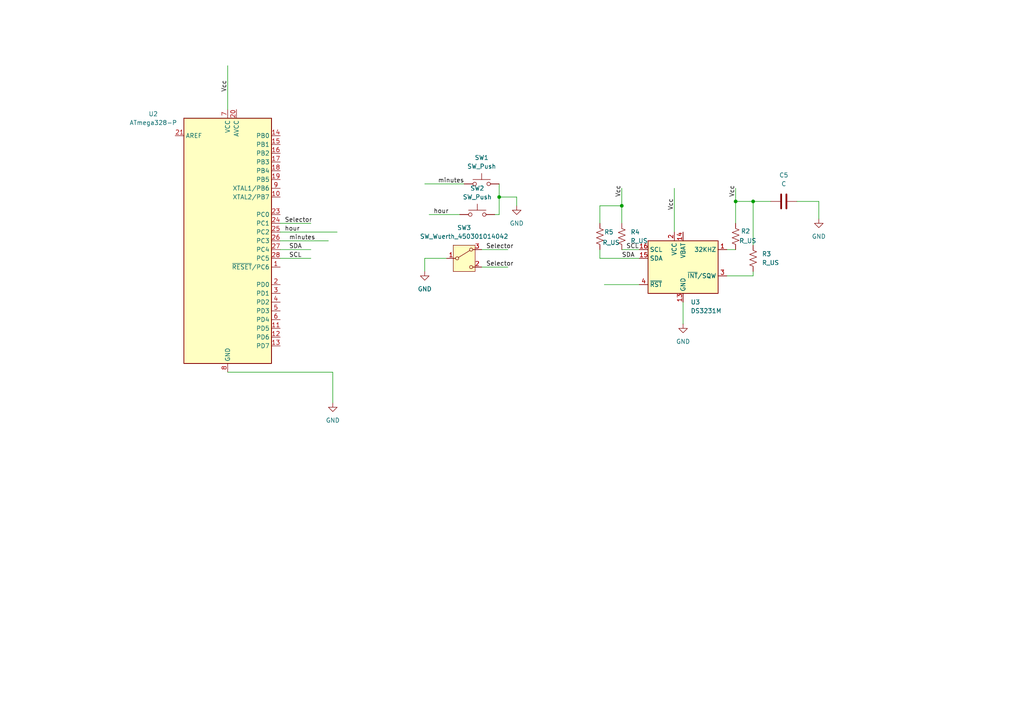
<source format=kicad_sch>
(kicad_sch (version 20231120) (generator "eeschema") (generator_version "8.0")
  (paper "A4")
  (lib_symbols
    (symbol "Device:C" (pin_numbers hide) (pin_names (offset 0.254))
      (property "Reference" "C" (at 0.635 2.54 0))
      (property "Value" "C" (at 0.635 -2.54 0))
      (symbol "C_0_1"
        (polyline (pts (xy -2.032 -0.762) (xy 2.032 -0.762)) (stroke (width 0.508)))
        (polyline (pts (xy -2.032 0.762) (xy 2.032 0.762)) (stroke (width 0.508)))
      )
      (symbol "C_1_1"
        (pin passive line (at 0 3.81 270) (length 2.794) (name "~") (number "1"))
        (pin passive line (at 0 -3.81 90) (length 2.794) (name "~") (number "2"))
      )
    )
    (symbol "Device:R_US" (pin_numbers hide) (pin_names (offset 0))
      (property "Reference" "R" (at 2.54 0 90))
      (property "Value" "R_US" (at -2.54 0 90))
      (symbol "R_US_0_1"
        (polyline (pts (xy 0 -2.286) (xy 0 -2.54)))
        (polyline (pts (xy 0 2.286) (xy 0 2.54)))
        (polyline (pts (xy 0 -0.762) (xy 1.016 -1.143) (xy 0 -1.524) (xy -1.016 -1.905) (xy 0 -2.286)))
        (polyline (pts (xy 0 0.762) (xy 1.016 0.381) (xy 0 0) (xy -1.016 -0.381) (xy 0 -0.762)))
        (polyline (pts (xy 0 2.286) (xy 1.016 1.905) (xy 0 1.524) (xy -1.016 1.143) (xy 0 0.762)))
      )
      (symbol "R_US_1_1"
        (pin passive line (at 0 3.81 270) (length 1.27) (name "~") (number "1"))
        (pin passive line (at 0 -3.81 90) (length 1.27) (name "~") (number "2"))
      )
    )
    (symbol "MCU_Microchip_ATmega:ATmega328-P"
      (property "Reference" "U" (at -12.7 36.83 0))
      (property "Value" "ATmega328-P" (at 2.54 -36.83 0))
      (symbol "ATmega328-P_0_1"
        (rectangle (start -12.7 -35.56) (end 12.7 35.56) (stroke (width 0.254)) (fill (type background)))
      )
      (symbol "ATmega328-P_1_1"
        (pin bidirectional line (at 15.24 -7.62 180) (length 2.54) (name "~{RESET}/PC6") (number "1"))
        (pin bidirectional line (at 15.24 12.7 180) (length 2.54) (name "XTAL2/PB7") (number "10"))
        (pin bidirectional line (at 15.24 -25.4 180) (length 2.54) (name "PD5") (number "11"))
        (pin bidirectional line (at 15.24 -27.94 180) (length 2.54) (name "PD6") (number "12"))
        (pin bidirectional line (at 15.24 -30.48 180) (length 2.54) (name "PD7") (number "13"))
        (pin bidirectional line (at 15.24 30.48 180) (length 2.54) (name "PB0") (number "14"))
        (pin bidirectional line (at 15.24 27.94 180) (length 2.54) (name "PB1") (number "15"))
        (pin bidirectional line (at 15.24 25.4 180) (length 2.54) (name "PB2") (number "16"))
        (pin bidirectional line (at 15.24 22.86 180) (length 2.54) (name "PB3") (number "17"))
        (pin bidirectional line (at 15.24 20.32 180) (length 2.54) (name "PB4") (number "18"))
        (pin bidirectional line (at 15.24 17.78 180) (length 2.54) (name "PB5") (number "19"))
        (pin bidirectional line (at 15.24 -12.7 180) (length 2.54) (name "PD0") (number "2"))
        (pin power_in line (at 2.54 38.1 270) (length 2.54) (name "AVCC") (number "20"))
        (pin passive line (at -15.24 30.48 0) (length 2.54) (name "AREF") (number "21"))
        (pin passive line (at 0 -38.1 90) (length 2.54) hide (name "GND") (number "22"))
        (pin bidirectional line (at 15.24 7.62 180) (length 2.54) (name "PC0") (number "23"))
        (pin bidirectional line (at 15.24 5.08 180) (length 2.54) (name "PC1") (number "24"))
        (pin bidirectional line (at 15.24 2.54 180) (length 2.54) (name "PC2") (number "25"))
        (pin bidirectional line (at 15.24 0 180) (length 2.54) (name "PC3") (number "26"))
        (pin bidirectional line (at 15.24 -2.54 180) (length 2.54) (name "PC4") (number "27"))
        (pin bidirectional line (at 15.24 -5.08 180) (length 2.54) (name "PC5") (number "28"))
        (pin bidirectional line (at 15.24 -15.24 180) (length 2.54) (name "PD1") (number "3"))
        (pin bidirectional line (at 15.24 -17.78 180) (length 2.54) (name "PD2") (number "4"))
        (pin bidirectional line (at 15.24 -20.32 180) (length 2.54) (name "PD3") (number "5"))
        (pin bidirectional line (at 15.24 -22.86 180) (length 2.54) (name "PD4") (number "6"))
        (pin power_in line (at 0 38.1 270) (length 2.54) (name "VCC") (number "7"))
        (pin power_in line (at 0 -38.1 90) (length 2.54) (name "GND") (number "8"))
        (pin bidirectional line (at 15.24 15.24 180) (length 2.54) (name "XTAL1/PB6") (number "9"))
      )
    )
    (symbol "Switch:SW_Push" (pin_numbers hide) (pin_names (offset 1.016) hide)
      (property "Reference" "SW" (at 1.27 2.54 0))
      (property "Value" "SW_Push" (at 0 -1.524 0))
      (symbol "SW_Push_0_1"
        (circle (center -2.032 0) (radius 0.508))
        (polyline (pts (xy 0 1.27) (xy 0 3.048)))
        (polyline (pts (xy 2.54 1.27) (xy -2.54 1.27)))
        (circle (center 2.032 0) (radius 0.508))
        (pin passive line (at -5.08 0 0) (length 2.54) (name "1") (number "1"))
        (pin passive line (at 5.08 0 180) (length 2.54) (name "2") (number "2"))
      )
    )
    (symbol "Switch:SW_Wuerth_450301014042" (pin_names (offset 1) hide)
      (property "Reference" "SW" (at 0 5.08 0))
      (property "Value" "SW_Wuerth_450301014042" (at 0 -5.08 0))
      (symbol "SW_Wuerth_450301014042_0_1"
        (circle (center -2.032 0) (radius 0.4572))
        (polyline (pts (xy -1.651 0.254) (xy 1.651 2.286)))
        (circle (center 2.032 -2.54) (radius 0.4572))
        (circle (center 2.032 2.54) (radius 0.4572))
      )
      (symbol "SW_Wuerth_450301014042_1_1"
        (rectangle (start -3.175 3.81) (end 3.175 -3.81) (fill (type background)))
        (pin passive line (at -5.08 0 0) (length 2.54) (name "B") (number "1"))
        (pin passive line (at 5.08 -2.54 180) (length 2.54) (name "C") (number "2"))
        (pin passive line (at 5.08 2.54 180) (length 2.54) (name "A") (number "3"))
      )
    )
    (symbol "Timer_RTC:DS3231M"
      (property "Reference" "U" (at -7.62 8.89 0))
      (property "Value" "DS3231M" (at 10.16 8.89 0))
      (symbol "DS3231M_0_1"
        (rectangle (start -10.16 7.62) (end 10.16 -7.62) (stroke (width 0.254)) (fill (type background)))
      )
      (symbol "DS3231M_1_1"
        (pin open_collector line (at 12.7 5.08 180) (length 2.54) (name "32KHZ") (number "1"))
        (pin passive line (at 0 -10.16 90) (length 2.54) hide (name "GND") (number "10"))
        (pin passive line (at 0 -10.16 90) (length 2.54) hide (name "GND") (number "11"))
        (pin passive line (at 0 -10.16 90) (length 2.54) hide (name "GND") (number "12"))
        (pin power_in line (at 0 -10.16 90) (length 2.54) (name "GND") (number "13"))
        (pin power_in line (at 0 10.16 270) (length 2.54) (name "VBAT") (number "14"))
        (pin bidirectional line (at -12.7 2.54 0) (length 2.54) (name "SDA") (number "15"))
        (pin input line (at -12.7 5.08 0) (length 2.54) (name "SCL") (number "16"))
        (pin power_in line (at -2.54 10.16 270) (length 2.54) (name "VCC") (number "2"))
        (pin open_collector line (at 12.7 -2.54 180) (length 2.54) (name "~{INT}/SQW") (number "3"))
        (pin bidirectional line (at -12.7 -5.08 0) (length 2.54) (name "~{RST}") (number "4"))
        (pin passive line (at 0 -10.16 90) (length 2.54) hide (name "GND") (number "5"))
        (pin passive line (at 0 -10.16 90) (length 2.54) hide (name "GND") (number "6"))
        (pin passive line (at 0 -10.16 90) (length 2.54) hide (name "GND") (number "7"))
        (pin passive line (at 0 -10.16 90) (length 2.54) hide (name "GND") (number "8"))
        (pin passive line (at 0 -10.16 90) (length 2.54) hide (name "GND") (number "9"))
      )
    )
    (symbol "power:GND" (power) (pin_numbers hide) (pin_names (offset 0) hide)
      (property "Value" "GND" (at 0 -3.81 0))
      (symbol "GND_0_1"
        (polyline (pts (xy 0 0) (xy 0 -1.27) (xy 1.27 -1.27) (xy 0 -2.54) (xy -1.27 -1.27) (xy 0 -1.27)))
      )
      (symbol "GND_1_1"
        (pin power_in line (at 0 0 270) (length 0) (name "~") (number "1"))
      )
    )
  )
  (junction (at 180.34 59.69))
  (junction (at 218.44 58.42))
  (junction (at 213.36 58.42))
  (junction (at 144.78 57.15))
  (wire (pts (xy 213.36 58.42) (xy 213.36 64.77)))
  (wire (pts (xy 218.44 58.42) (xy 213.36 58.42)))
  (wire (pts (xy 237.49 58.42) (xy 237.49 63.5)))
  (wire (pts (xy 180.34 59.69) (xy 180.34 64.77)))
  (wire (pts (xy 173.99 72.39) (xy 173.99 74.93)))
  (wire (pts (xy 198.12 87.63) (xy 198.12 93.98)))
  (wire (pts (xy 213.36 54.61) (xy 213.36 58.42)))
  (wire (pts (xy 81.28 72.39) (xy 90.17 72.39)))
  (wire (pts (xy 81.28 67.31) (xy 97.79 67.31)))
  (wire (pts (xy 218.44 71.12) (xy 218.44 58.42)))
  (wire (pts (xy 144.78 57.15) (xy 149.86 57.15)))
  (wire (pts (xy 195.58 54.61) (xy 195.58 67.31)))
  (wire (pts (xy 124.46 62.23) (xy 133.35 62.23)))
  (wire (pts (xy 96.52 107.95) (xy 96.52 116.84)))
  (wire (pts (xy 144.78 62.23) (xy 143.51 62.23)))
  (wire (pts (xy 218.44 58.42) (xy 223.52 58.42)))
  (wire (pts (xy 144.78 53.34) (xy 144.78 57.15)))
  (wire (pts (xy 123.19 74.93) (xy 123.19 78.74)))
  (wire (pts (xy 231.14 58.42) (xy 237.49 58.42)))
  (wire (pts (xy 139.7 77.47) (xy 147.32 77.47)))
  (wire (pts (xy 180.34 72.39) (xy 185.42 72.39)))
  (wire (pts (xy 123.19 53.34) (xy 134.62 53.34)))
  (wire (pts (xy 218.44 78.74) (xy 218.44 80.01)))
  (wire (pts (xy 149.86 57.15) (xy 149.86 59.69)))
  (wire (pts (xy 66.04 19.05) (xy 66.04 31.75)))
  (wire (pts (xy 180.34 54.61) (xy 180.34 59.69)))
  (wire (pts (xy 144.78 57.15) (xy 144.78 62.23)))
  (wire (pts (xy 139.7 72.39) (xy 147.32 72.39)))
  (wire (pts (xy 81.28 69.85) (xy 95.25 69.85)))
  (wire (pts (xy 66.04 107.95) (xy 96.52 107.95)))
  (wire (pts (xy 210.82 80.01) (xy 218.44 80.01)))
  (wire (pts (xy 123.19 74.93) (xy 129.54 74.93)))
  (wire (pts (xy 81.28 74.93) (xy 90.17 74.93)))
  (wire (pts (xy 173.99 74.93) (xy 185.42 74.93)))
  (wire (pts (xy 173.99 59.69) (xy 180.34 59.69)))
  (wire (pts (xy 175.26 82.55) (xy 185.42 82.55)))
  (wire (pts (xy 173.99 64.77) (xy 173.99 59.69)))
  (wire (pts (xy 81.28 64.77) (xy 90.17 64.77)))
  (wire (pts (xy 210.82 72.39) (xy 213.36 72.39)))
  (label "SCL" (at 181.61 72.39 0))
  (label "SDA" (at 83.82 72.39 0))
  (label "hour" (at 82.55 67.31 0))
  (label "Selector" (at 82.55 64.77 0))
  (label "minutes" (at 83.82 69.85 0))
  (label "SCL" (at 83.82 74.93 0))
  (label "Selector" (at 140.97 77.47 0))
  (label "SDA" (at 180.34 74.93 0))
  (label "Selector" (at 140.97 72.39 0))
  (label "Vcc" (at 66.04 26.67 90))
  (label "Vcc" (at 195.58 60.96 90))
  (label "Vcc" (at 213.36 57.15 90))
  (label "minutes" (at 127 53.34 0))
  (label "hour" (at 125.73 62.23 0))
  (label "Vcc" (at 180.34 57.15 90))
  (symbol (lib_id "Device:C") (at 227.33 58.42 90) (unit 1)
    (property "Reference" "C5" (at 227.33 50.8 90))
    (property "Value" "C" (at 227.33 53.34 90))
    (property "Footprint" "Capacitor_THT:C_Disc_D3.0mm_W1.6mm_P2.50mm" (effects (hide yes)))
    (property "Description" "Unpolarized capacitor" (effects (hide yes)))
  )
  (symbol (lib_id "power:GND") (at 237.49 63.5 0) (unit 1)
    (property "Reference" "#PWR07" (effects (hide yes)))
    (property "Value" "GND" (at 237.49 68.58 0))
    (property "Description" "Power symbol creates a global label with name \"GND\" , ground" (effects (hide yes)))
  )
  (symbol (lib_id "Device:R_US") (at 173.99 68.58 0) (unit 1)
    (property "Reference" "R5" (at 175.26 67.31 0) (effects (justify left)))
    (property "Value" "R_US" (at 174.752 70.358 0) (effects (justify left)))
    (property "Footprint" "Resistor_THT:R_Axial_DIN0204_L3.6mm_D1.6mm_P7.62mm_Horizontal" (effects (hide yes)))
    (property "Description" "Resistor, US symbol" (effects (hide yes)))
  )
  (symbol (lib_id "Switch:SW_Wuerth_450301014042") (at 134.62 74.93 0) (unit 1)
    (property "Reference" "SW3" (at 134.62 66.04 0))
    (property "Value" "SW_Wuerth_450301014042" (at 134.62 68.58 0))
    (property "Footprint" "Button_Switch_THT:SW_Slide-03_Wuerth-WS-SLTV_10x2.5x6.4_P2.54mm" (effects (hide yes)))
    (property "Datasheet" "https://www.we-online.com/components/products/datasheet/450301014042.pdf" (effects (hide yes)))
    (property "Description" "Switch slide, single pole double throw" (effects (hide yes)))
  )
  (symbol (lib_id "Switch:SW_Push") (at 139.7 53.34 0) (unit 1)
    (property "Reference" "SW1" (at 139.7 45.72 0))
    (property "Value" "SW_Push" (at 139.7 48.26 0))
    (property "Footprint" "Button_Switch_THT:SW_PUSH_6mm" (effects (hide yes)))
    (property "Description" "Push button switch, generic, two pins" (effects (hide yes)))
  )
  (symbol (lib_id "MCU_Microchip_ATmega:ATmega328-P") (at 66.04 69.85 0) (unit 1)
    (property "Reference" "U2" (at 44.45 33.0514 0))
    (property "Value" "ATmega328-P" (at 44.45 35.5914 0))
    (property "Footprint" "Package_DIP:DIP-28_W7.62mm" (effects (hide yes)))
    (property "Datasheet" "http://ww1.microchip.com/downloads/en/DeviceDoc/ATmega328_P%20AVR%20MCU%20with%20picoPower%20Technology%20Data%20Sheet%2040001984A.pdf" (effects (hide yes)))
    (property "Description" "20MHz, 32kB Flash, 2kB SRAM, 1kB EEPROM, DIP-28" (effects (hide yes)))
  )
  (symbol (lib_id "Switch:SW_Push") (at 138.43 62.23 0) (unit 1)
    (property "Reference" "SW2" (at 138.43 54.61 0))
    (property "Value" "SW_Push" (at 138.43 57.15 0))
    (property "Footprint" "Button_Switch_THT:SW_PUSH_6mm" (effects (hide yes)))
    (property "Description" "Push button switch, generic, two pins" (effects (hide yes)))
  )
  (symbol (lib_id "Device:R_US") (at 218.44 74.93 0) (unit 1)
    (property "Reference" "R3" (at 220.98 73.6599 0) (effects (justify left)))
    (property "Value" "R_US" (at 220.98 76.1999 0) (effects (justify left)))
    (property "Footprint" "Resistor_THT:R_Axial_DIN0204_L3.6mm_D1.6mm_P7.62mm_Horizontal" (effects (hide yes)))
    (property "Description" "Resistor, US symbol" (effects (hide yes)))
  )
  (symbol (lib_id "Device:R_US") (at 180.34 68.58 0) (unit 1)
    (property "Reference" "R4" (at 182.88 67.3099 0) (effects (justify left)))
    (property "Value" "R_US" (at 182.88 69.8499 0) (effects (justify left)))
    (property "Footprint" "Resistor_THT:R_Axial_DIN0204_L3.6mm_D1.6mm_P7.62mm_Horizontal" (effects (hide yes)))
    (property "Description" "Resistor, US symbol" (effects (hide yes)))
  )
  (symbol (lib_id "power:GND") (at 123.19 78.74 0) (unit 1)
    (property "Reference" "#PWR08" (effects (hide yes)))
    (property "Value" "GND" (at 123.19 83.82 0))
    (property "Description" "Power symbol creates a global label with name \"GND\" , ground" (effects (hide yes)))
  )
  (symbol (lib_id "power:GND") (at 198.12 93.98 0) (unit 1)
    (property "Reference" "#PWR06" (effects (hide yes)))
    (property "Value" "GND" (at 198.12 99.06 0))
    (property "Description" "Power symbol creates a global label with name \"GND\" , ground" (effects (hide yes)))
  )
  (symbol (lib_id "power:GND") (at 96.52 116.84 0) (unit 1)
    (property "Reference" "#PWR05" (effects (hide yes)))
    (property "Value" "GND" (at 96.52 121.92 0))
    (property "Description" "Power symbol creates a global label with name \"GND\" , ground" (effects (hide yes)))
  )
  (symbol (lib_id "Timer_RTC:DS3231M") (at 198.12 77.47 0) (unit 1)
    (property "Reference" "U3" (at 200.3141 87.63 0) (effects (justify left)))
    (property "Value" "DS3231M" (at 200.3141 90.17 0) (effects (justify left)))
    (property "Footprint" "Package_SO:SOIC-16W_7.5x10.3mm_P1.27mm" (effects (hide yes)))
    (property "Datasheet" "http://datasheets.maximintegrated.com/en/ds/DS3231.pdf" (effects (hide yes)))
    (property "Description" "Extremely Accurate I2C-Integrated RTC/TCXO/Crystal SOIC-16" (effects (hide yes)))
  )
  (symbol (lib_id "power:GND") (at 149.86 59.69 0) (unit 1)
    (property "Reference" "#PWR09" (effects (hide yes)))
    (property "Value" "GND" (at 149.86 64.77 0))
    (property "Description" "Power symbol creates a global label with name \"GND\" , ground" (effects (hide yes)))
  )
  (symbol (lib_id "Device:R_US") (at 213.36 68.58 0) (unit 1)
    (property "Reference" "R2" (at 214.884 67.056 0) (effects (justify left)))
    (property "Value" "R_US" (at 214.376 69.85 0) (effects (justify left)))
    (property "Footprint" "Resistor_THT:R_Axial_DIN0204_L3.6mm_D1.6mm_P7.62mm_Horizontal" (effects (hide yes)))
    (property "Description" "Resistor, US symbol" (effects (hide yes)))
  )
)
</source>
